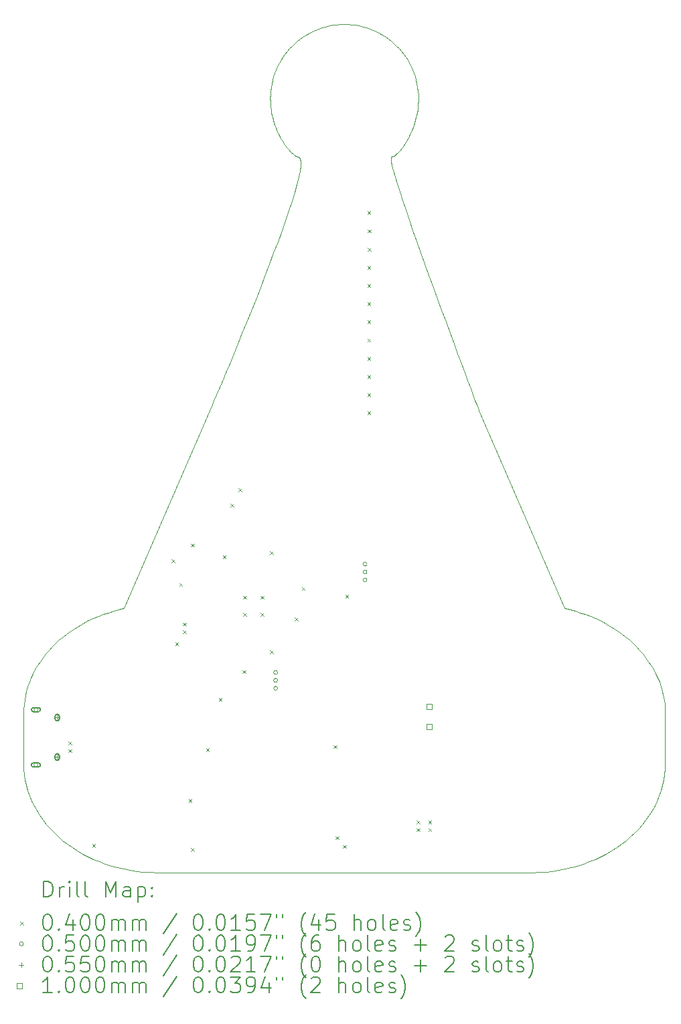
<source format=gbr>
%TF.GenerationSoftware,KiCad,Pcbnew,(6.0.8)*%
%TF.CreationDate,2022-12-11T00:01:39-05:00*%
%TF.ProjectId,Christmas Ornament 2022,43687269-7374-46d6-9173-204f726e616d,rev?*%
%TF.SameCoordinates,Original*%
%TF.FileFunction,Drillmap*%
%TF.FilePolarity,Positive*%
%FSLAX45Y45*%
G04 Gerber Fmt 4.5, Leading zero omitted, Abs format (unit mm)*
G04 Created by KiCad (PCBNEW (6.0.8)) date 2022-12-11 00:01:39*
%MOMM*%
%LPD*%
G01*
G04 APERTURE LIST*
%ADD10C,0.007000*%
%ADD11C,0.200000*%
%ADD12C,0.040000*%
%ADD13C,0.050000*%
%ADD14C,0.055000*%
%ADD15C,0.100000*%
G04 APERTURE END LIST*
D10*
X20424140Y-13186345D02*
X20422562Y-13126205D01*
X20417871Y-13066733D01*
X20410133Y-13007979D01*
X20399410Y-12949995D01*
X20385769Y-12892834D01*
X20369273Y-12836546D01*
X20349987Y-12781185D01*
X20327976Y-12726802D01*
X20303304Y-12673449D01*
X20276036Y-12621178D01*
X20246236Y-12570041D01*
X20213969Y-12520089D01*
X20179300Y-12471375D01*
X20142293Y-12423950D01*
X20103012Y-12377867D01*
X20061523Y-12333178D01*
X20017890Y-12289933D01*
X19972177Y-12248186D01*
X19924449Y-12207988D01*
X19874771Y-12169391D01*
X19823207Y-12132446D01*
X19769821Y-12097207D01*
X19714679Y-12063724D01*
X19657844Y-12032050D01*
X19599382Y-12002237D01*
X19539357Y-11974336D01*
X19477834Y-11948400D01*
X19414877Y-11924479D01*
X19350550Y-11902627D01*
X19284919Y-11882896D01*
X19218047Y-11865336D01*
X19150000Y-11850000D01*
X20424140Y-13806867D02*
X20424140Y-13186345D01*
X18734177Y-15187052D02*
X18821142Y-15185256D01*
X18906967Y-15179926D01*
X18991543Y-15171149D01*
X19074765Y-15159011D01*
X19156527Y-15143600D01*
X19236723Y-15125001D01*
X19315246Y-15103303D01*
X19391990Y-15078590D01*
X19466849Y-15050951D01*
X19539717Y-15020471D01*
X19610487Y-14987238D01*
X19679054Y-14951338D01*
X19745312Y-14912858D01*
X19809153Y-14871884D01*
X19870473Y-14828504D01*
X19929164Y-14782805D01*
X19985121Y-14734872D01*
X20038237Y-14684792D01*
X20088406Y-14632653D01*
X20135523Y-14578541D01*
X20179480Y-14522542D01*
X20220172Y-14464744D01*
X20257493Y-14405233D01*
X20291335Y-14344096D01*
X20321594Y-14281420D01*
X20348163Y-14217291D01*
X20370936Y-14151796D01*
X20389806Y-14085022D01*
X20404668Y-14017055D01*
X20415415Y-13947982D01*
X20421941Y-13877891D01*
X20424140Y-13806867D01*
X14000277Y-15187052D02*
X18734177Y-15187052D01*
X12310314Y-13806867D02*
X12312512Y-13877891D01*
X12319039Y-13947982D01*
X12329786Y-14017055D01*
X12344647Y-14085022D01*
X12363518Y-14151796D01*
X12386290Y-14217291D01*
X12412859Y-14281420D01*
X12443118Y-14344096D01*
X12476961Y-14405233D01*
X12514282Y-14464744D01*
X12554974Y-14522542D01*
X12598931Y-14578541D01*
X12646047Y-14632653D01*
X12696217Y-14684792D01*
X12749333Y-14734872D01*
X12805290Y-14782805D01*
X12863981Y-14828504D01*
X12925300Y-14871884D01*
X12989142Y-14912858D01*
X13055399Y-14951338D01*
X13123966Y-14987238D01*
X13194737Y-15020471D01*
X13267605Y-15050951D01*
X13342464Y-15078590D01*
X13419208Y-15103303D01*
X13497731Y-15125001D01*
X13577926Y-15143600D01*
X13659688Y-15159011D01*
X13742911Y-15171149D01*
X13827487Y-15179926D01*
X13913311Y-15185256D01*
X14000277Y-15187052D01*
X12310314Y-13186345D02*
X12310314Y-13806867D01*
X13584454Y-11850000D02*
X13516407Y-11865336D01*
X13449535Y-11882896D01*
X13383904Y-11902627D01*
X13319577Y-11924479D01*
X13256620Y-11948400D01*
X13195096Y-11974336D01*
X13135071Y-12002237D01*
X13076609Y-12032050D01*
X13019775Y-12063724D01*
X12964633Y-12097207D01*
X12911247Y-12132446D01*
X12859683Y-12169391D01*
X12810004Y-12207988D01*
X12762276Y-12248186D01*
X12716564Y-12289933D01*
X12672930Y-12333178D01*
X12631441Y-12377867D01*
X12592161Y-12423950D01*
X12555154Y-12471375D01*
X12520484Y-12520089D01*
X12488218Y-12570041D01*
X12458418Y-12621178D01*
X12431150Y-12673449D01*
X12406478Y-12726802D01*
X12384467Y-12781185D01*
X12365181Y-12836546D01*
X12348685Y-12892834D01*
X12335043Y-12949995D01*
X12324321Y-13007979D01*
X12316582Y-13066733D01*
X12311891Y-13126205D01*
X12310314Y-13186345D01*
X14662328Y-9352418D02*
X13584454Y-11850000D01*
X15797500Y-6145000D02*
X15811720Y-6164484D01*
X15817485Y-6200281D01*
X15815321Y-6251281D01*
X15805752Y-6316374D01*
X15789304Y-6394449D01*
X15766500Y-6484396D01*
X15737867Y-6585105D01*
X15703928Y-6695465D01*
X15665208Y-6814365D01*
X15622233Y-6940696D01*
X15575526Y-7073347D01*
X15525614Y-7211207D01*
X15473021Y-7353167D01*
X15418271Y-7498115D01*
X15361889Y-7644942D01*
X15304401Y-7792536D01*
X15246331Y-7939789D01*
X15188204Y-8085588D01*
X15130544Y-8228824D01*
X15073877Y-8368387D01*
X15018728Y-8503166D01*
X14965620Y-8632050D01*
X14915080Y-8753930D01*
X14867631Y-8867694D01*
X14823800Y-8972233D01*
X14784109Y-9066436D01*
X14749085Y-9149193D01*
X14719252Y-9219393D01*
X14695135Y-9275926D01*
X14677259Y-9317681D01*
X14666148Y-9343549D01*
X14662328Y-9352418D01*
X15430627Y-5402007D02*
X15431299Y-5437968D01*
X15433276Y-5473562D01*
X15436495Y-5508746D01*
X15440897Y-5543472D01*
X15446421Y-5577696D01*
X15453005Y-5611372D01*
X15460590Y-5644453D01*
X15469114Y-5676895D01*
X15478516Y-5708652D01*
X15488737Y-5739678D01*
X15499714Y-5769928D01*
X15511388Y-5799356D01*
X15523697Y-5827915D01*
X15536581Y-5855562D01*
X15549979Y-5882250D01*
X15563831Y-5907933D01*
X15578074Y-5932565D01*
X15592650Y-5956102D01*
X15607496Y-5978498D01*
X15622552Y-5999706D01*
X15637758Y-6019681D01*
X15653052Y-6038379D01*
X15668375Y-6055752D01*
X15683664Y-6071755D01*
X15698859Y-6086343D01*
X15713901Y-6099471D01*
X15728726Y-6111091D01*
X15743276Y-6121160D01*
X15757489Y-6129631D01*
X15771305Y-6136458D01*
X15784662Y-6141596D01*
X15797500Y-6145000D01*
X16367227Y-4465407D02*
X16319029Y-4466626D01*
X16271465Y-4470243D01*
X16224591Y-4476199D01*
X16178469Y-4484436D01*
X16133155Y-4494894D01*
X16088710Y-4507515D01*
X16045192Y-4522240D01*
X16002659Y-4539010D01*
X15961171Y-4557766D01*
X15920787Y-4578450D01*
X15881565Y-4601002D01*
X15843564Y-4625363D01*
X15806844Y-4651476D01*
X15771462Y-4679281D01*
X15737478Y-4708718D01*
X15704950Y-4739730D01*
X15673938Y-4772258D01*
X15644500Y-4806242D01*
X15616696Y-4841624D01*
X15590583Y-4878345D01*
X15566221Y-4916345D01*
X15543669Y-4955567D01*
X15522986Y-4995952D01*
X15504230Y-5037440D01*
X15487460Y-5079972D01*
X15472735Y-5123490D01*
X15460114Y-5167936D01*
X15449655Y-5213249D01*
X15441419Y-5259372D01*
X15435463Y-5306245D01*
X15431846Y-5353809D01*
X15430627Y-5402007D01*
X17303827Y-5402007D02*
X17302608Y-5353809D01*
X17298991Y-5306245D01*
X17293035Y-5259372D01*
X17284798Y-5213249D01*
X17274340Y-5167936D01*
X17261719Y-5123490D01*
X17246994Y-5079972D01*
X17230224Y-5037439D01*
X17211468Y-4995952D01*
X17190784Y-4955567D01*
X17168232Y-4916345D01*
X17143870Y-4878345D01*
X17117758Y-4841624D01*
X17089953Y-4806242D01*
X17060515Y-4772258D01*
X17029503Y-4739730D01*
X16996976Y-4708718D01*
X16962992Y-4679281D01*
X16927610Y-4651476D01*
X16890889Y-4625363D01*
X16852888Y-4601002D01*
X16813667Y-4578450D01*
X16773282Y-4557766D01*
X16731794Y-4539010D01*
X16689262Y-4522240D01*
X16645743Y-4507515D01*
X16601298Y-4494894D01*
X16555985Y-4484436D01*
X16509862Y-4476199D01*
X16462989Y-4470243D01*
X16415424Y-4466626D01*
X16367227Y-4465407D01*
X16960000Y-6142500D02*
X16970744Y-6139326D01*
X16982138Y-6134403D01*
X16994118Y-6127776D01*
X17006617Y-6119493D01*
X17019571Y-6109600D01*
X17032915Y-6098141D01*
X17046583Y-6085164D01*
X17060512Y-6070715D01*
X17074636Y-6054839D01*
X17088890Y-6037582D01*
X17103209Y-6018992D01*
X17117528Y-5999113D01*
X17131782Y-5977993D01*
X17145906Y-5955676D01*
X17159835Y-5932209D01*
X17173504Y-5907639D01*
X17186848Y-5882011D01*
X17199802Y-5855371D01*
X17212302Y-5827766D01*
X17224281Y-5799242D01*
X17235676Y-5769844D01*
X17246420Y-5739618D01*
X17256450Y-5708612D01*
X17265700Y-5676871D01*
X17274105Y-5644440D01*
X17281601Y-5611367D01*
X17288121Y-5577697D01*
X17293602Y-5543476D01*
X17297978Y-5508750D01*
X17301184Y-5473566D01*
X17303155Y-5437970D01*
X17303827Y-5402007D01*
X18072126Y-9352418D02*
X18068737Y-9343529D01*
X18058867Y-9317605D01*
X18042962Y-9275759D01*
X18021468Y-9219106D01*
X17994830Y-9148759D01*
X17963494Y-9065831D01*
X17927906Y-8971436D01*
X17888512Y-8866689D01*
X17845757Y-8752702D01*
X17800087Y-8630589D01*
X17751948Y-8501465D01*
X17701785Y-8366443D01*
X17650044Y-8226636D01*
X17597172Y-8083159D01*
X17543613Y-7937124D01*
X17489813Y-7789646D01*
X17436218Y-7641839D01*
X17383274Y-7494816D01*
X17331427Y-7349690D01*
X17281122Y-7207576D01*
X17232805Y-7069588D01*
X17186921Y-6936838D01*
X17143917Y-6810441D01*
X17104238Y-6691511D01*
X17068330Y-6581160D01*
X17036639Y-6480503D01*
X17009610Y-6390654D01*
X16987689Y-6312726D01*
X16971322Y-6247833D01*
X16960954Y-6197088D01*
X16957032Y-6161606D01*
X16960000Y-6142500D01*
X19150000Y-11850000D02*
X18072126Y-9352418D01*
D11*
D12*
X12880000Y-13530000D02*
X12920000Y-13570000D01*
X12920000Y-13530000D02*
X12880000Y-13570000D01*
X12880000Y-13630000D02*
X12920000Y-13670000D01*
X12920000Y-13630000D02*
X12880000Y-13670000D01*
X13180000Y-14830000D02*
X13220000Y-14870000D01*
X13220000Y-14830000D02*
X13180000Y-14870000D01*
X14180000Y-11230000D02*
X14220000Y-11270000D01*
X14220000Y-11230000D02*
X14180000Y-11270000D01*
X14230000Y-12280000D02*
X14270000Y-12320000D01*
X14270000Y-12280000D02*
X14230000Y-12320000D01*
X14280000Y-11530000D02*
X14320000Y-11570000D01*
X14320000Y-11530000D02*
X14280000Y-11570000D01*
X14330000Y-12030000D02*
X14370000Y-12070000D01*
X14370000Y-12030000D02*
X14330000Y-12070000D01*
X14330000Y-12130000D02*
X14370000Y-12170000D01*
X14370000Y-12130000D02*
X14330000Y-12170000D01*
X14400000Y-14260000D02*
X14440000Y-14300000D01*
X14440000Y-14260000D02*
X14400000Y-14300000D01*
X14430000Y-11030000D02*
X14470000Y-11070000D01*
X14470000Y-11030000D02*
X14430000Y-11070000D01*
X14430000Y-14880000D02*
X14470000Y-14920000D01*
X14470000Y-14880000D02*
X14430000Y-14920000D01*
X14620000Y-13620000D02*
X14660000Y-13660000D01*
X14660000Y-13620000D02*
X14620000Y-13660000D01*
X14780000Y-12980000D02*
X14820000Y-13020000D01*
X14820000Y-12980000D02*
X14780000Y-13020000D01*
X14830000Y-11180000D02*
X14870000Y-11220000D01*
X14870000Y-11180000D02*
X14830000Y-11220000D01*
X14930000Y-10530000D02*
X14970000Y-10570000D01*
X14970000Y-10530000D02*
X14930000Y-10570000D01*
X15030000Y-10330000D02*
X15070000Y-10370000D01*
X15070000Y-10330000D02*
X15030000Y-10370000D01*
X15080000Y-12630000D02*
X15120000Y-12670000D01*
X15120000Y-12630000D02*
X15080000Y-12670000D01*
X15090000Y-11690000D02*
X15130000Y-11730000D01*
X15130000Y-11690000D02*
X15090000Y-11730000D01*
X15090000Y-11910000D02*
X15130000Y-11950000D01*
X15130000Y-11910000D02*
X15090000Y-11950000D01*
X15310000Y-11690000D02*
X15350000Y-11730000D01*
X15350000Y-11690000D02*
X15310000Y-11730000D01*
X15310000Y-11910000D02*
X15350000Y-11950000D01*
X15350000Y-11910000D02*
X15310000Y-11950000D01*
X15430000Y-11130000D02*
X15470000Y-11170000D01*
X15470000Y-11130000D02*
X15430000Y-11170000D01*
X15430000Y-12380000D02*
X15470000Y-12420000D01*
X15470000Y-12380000D02*
X15430000Y-12420000D01*
X15740675Y-11969325D02*
X15780675Y-12009325D01*
X15780675Y-11969325D02*
X15740675Y-12009325D01*
X15830000Y-11580000D02*
X15870000Y-11620000D01*
X15870000Y-11580000D02*
X15830000Y-11620000D01*
X16230000Y-13580000D02*
X16270000Y-13620000D01*
X16270000Y-13580000D02*
X16230000Y-13620000D01*
X16260000Y-14730000D02*
X16300000Y-14770000D01*
X16300000Y-14730000D02*
X16260000Y-14770000D01*
X16350000Y-14840000D02*
X16390000Y-14880000D01*
X16390000Y-14840000D02*
X16350000Y-14880000D01*
X16380000Y-11680000D02*
X16420000Y-11720000D01*
X16420000Y-11680000D02*
X16380000Y-11720000D01*
X16660000Y-6830000D02*
X16700000Y-6870000D01*
X16700000Y-6830000D02*
X16660000Y-6870000D01*
X16660000Y-7520000D02*
X16700000Y-7560000D01*
X16700000Y-7520000D02*
X16660000Y-7560000D01*
X16660000Y-7750000D02*
X16700000Y-7790000D01*
X16700000Y-7750000D02*
X16660000Y-7790000D01*
X16660000Y-7980000D02*
X16700000Y-8020000D01*
X16700000Y-7980000D02*
X16660000Y-8020000D01*
X16660000Y-8210000D02*
X16700000Y-8250000D01*
X16700000Y-8210000D02*
X16660000Y-8250000D01*
X16660000Y-8440000D02*
X16700000Y-8480000D01*
X16700000Y-8440000D02*
X16660000Y-8480000D01*
X16660000Y-8670000D02*
X16700000Y-8710000D01*
X16700000Y-8670000D02*
X16660000Y-8710000D01*
X16660000Y-8900000D02*
X16700000Y-8940000D01*
X16700000Y-8900000D02*
X16660000Y-8940000D01*
X16660000Y-9130000D02*
X16700000Y-9170000D01*
X16700000Y-9130000D02*
X16660000Y-9170000D01*
X16660000Y-9360000D02*
X16700000Y-9400000D01*
X16700000Y-9360000D02*
X16660000Y-9400000D01*
X16661250Y-7060000D02*
X16701250Y-7100000D01*
X16701250Y-7060000D02*
X16661250Y-7100000D01*
X16661250Y-7290000D02*
X16701250Y-7330000D01*
X16701250Y-7290000D02*
X16661250Y-7330000D01*
X17280000Y-14530000D02*
X17320000Y-14570000D01*
X17320000Y-14530000D02*
X17280000Y-14570000D01*
X17280000Y-14630000D02*
X17320000Y-14670000D01*
X17320000Y-14630000D02*
X17280000Y-14670000D01*
X17430000Y-14530000D02*
X17470000Y-14570000D01*
X17470000Y-14530000D02*
X17430000Y-14570000D01*
X17430000Y-14630000D02*
X17470000Y-14670000D01*
X17470000Y-14630000D02*
X17430000Y-14670000D01*
D13*
X12493500Y-13130000D02*
G75*
G03*
X12493500Y-13130000I-25000J0D01*
G01*
D11*
X12501000Y-13105000D02*
X12436000Y-13105000D01*
X12501000Y-13155000D02*
X12436000Y-13155000D01*
X12436000Y-13105000D02*
G75*
G03*
X12436000Y-13155000I0J-25000D01*
G01*
X12501000Y-13155000D02*
G75*
G03*
X12501000Y-13105000I0J25000D01*
G01*
D13*
X12493500Y-13830000D02*
G75*
G03*
X12493500Y-13830000I-25000J0D01*
G01*
D11*
X12501000Y-13805000D02*
X12436000Y-13805000D01*
X12501000Y-13855000D02*
X12436000Y-13855000D01*
X12436000Y-13805000D02*
G75*
G03*
X12436000Y-13855000I0J-25000D01*
G01*
X12501000Y-13855000D02*
G75*
G03*
X12501000Y-13805000I0J25000D01*
G01*
D13*
X15525000Y-12660000D02*
G75*
G03*
X15525000Y-12660000I-25000J0D01*
G01*
X15525000Y-12760000D02*
G75*
G03*
X15525000Y-12760000I-25000J0D01*
G01*
X15525000Y-12860000D02*
G75*
G03*
X15525000Y-12860000I-25000J0D01*
G01*
X16655000Y-11290000D02*
G75*
G03*
X16655000Y-11290000I-25000J0D01*
G01*
X16655000Y-11390000D02*
G75*
G03*
X16655000Y-11390000I-25000J0D01*
G01*
X16655000Y-11490000D02*
G75*
G03*
X16655000Y-11490000I-25000J0D01*
G01*
D14*
X12738500Y-13202500D02*
X12738500Y-13257500D01*
X12711000Y-13230000D02*
X12766000Y-13230000D01*
D11*
X12711000Y-13215000D02*
X12711000Y-13245000D01*
X12766000Y-13215000D02*
X12766000Y-13245000D01*
X12711000Y-13245000D02*
G75*
G03*
X12766000Y-13245000I27500J0D01*
G01*
X12766000Y-13215000D02*
G75*
G03*
X12711000Y-13215000I-27500J0D01*
G01*
D14*
X12738500Y-13702500D02*
X12738500Y-13757500D01*
X12711000Y-13730000D02*
X12766000Y-13730000D01*
D11*
X12711000Y-13715000D02*
X12711000Y-13745000D01*
X12766000Y-13715000D02*
X12766000Y-13745000D01*
X12711000Y-13745000D02*
G75*
G03*
X12766000Y-13745000I27500J0D01*
G01*
X12766000Y-13715000D02*
G75*
G03*
X12711000Y-13715000I-27500J0D01*
G01*
D15*
X17475356Y-13128856D02*
X17475356Y-13058144D01*
X17404644Y-13058144D01*
X17404644Y-13128856D01*
X17475356Y-13128856D01*
X17475356Y-13382856D02*
X17475356Y-13312144D01*
X17404644Y-13312144D01*
X17404644Y-13382856D01*
X17475356Y-13382856D01*
D11*
X12567583Y-15497878D02*
X12567583Y-15297878D01*
X12615202Y-15297878D01*
X12643773Y-15307402D01*
X12662821Y-15326450D01*
X12672344Y-15345497D01*
X12681868Y-15383592D01*
X12681868Y-15412164D01*
X12672344Y-15450259D01*
X12662821Y-15469307D01*
X12643773Y-15488354D01*
X12615202Y-15497878D01*
X12567583Y-15497878D01*
X12767583Y-15497878D02*
X12767583Y-15364545D01*
X12767583Y-15402640D02*
X12777106Y-15383592D01*
X12786630Y-15374069D01*
X12805678Y-15364545D01*
X12824725Y-15364545D01*
X12891392Y-15497878D02*
X12891392Y-15364545D01*
X12891392Y-15297878D02*
X12881868Y-15307402D01*
X12891392Y-15316926D01*
X12900916Y-15307402D01*
X12891392Y-15297878D01*
X12891392Y-15316926D01*
X13015202Y-15497878D02*
X12996154Y-15488354D01*
X12986630Y-15469307D01*
X12986630Y-15297878D01*
X13119964Y-15497878D02*
X13100916Y-15488354D01*
X13091392Y-15469307D01*
X13091392Y-15297878D01*
X13348535Y-15497878D02*
X13348535Y-15297878D01*
X13415202Y-15440735D01*
X13481868Y-15297878D01*
X13481868Y-15497878D01*
X13662821Y-15497878D02*
X13662821Y-15393116D01*
X13653297Y-15374069D01*
X13634249Y-15364545D01*
X13596154Y-15364545D01*
X13577106Y-15374069D01*
X13662821Y-15488354D02*
X13643773Y-15497878D01*
X13596154Y-15497878D01*
X13577106Y-15488354D01*
X13567583Y-15469307D01*
X13567583Y-15450259D01*
X13577106Y-15431212D01*
X13596154Y-15421688D01*
X13643773Y-15421688D01*
X13662821Y-15412164D01*
X13758059Y-15364545D02*
X13758059Y-15564545D01*
X13758059Y-15374069D02*
X13777106Y-15364545D01*
X13815202Y-15364545D01*
X13834249Y-15374069D01*
X13843773Y-15383592D01*
X13853297Y-15402640D01*
X13853297Y-15459783D01*
X13843773Y-15478831D01*
X13834249Y-15488354D01*
X13815202Y-15497878D01*
X13777106Y-15497878D01*
X13758059Y-15488354D01*
X13939011Y-15478831D02*
X13948535Y-15488354D01*
X13939011Y-15497878D01*
X13929487Y-15488354D01*
X13939011Y-15478831D01*
X13939011Y-15497878D01*
X13939011Y-15374069D02*
X13948535Y-15383592D01*
X13939011Y-15393116D01*
X13929487Y-15383592D01*
X13939011Y-15374069D01*
X13939011Y-15393116D01*
D12*
X12269964Y-15807402D02*
X12309964Y-15847402D01*
X12309964Y-15807402D02*
X12269964Y-15847402D01*
D11*
X12605678Y-15717878D02*
X12624725Y-15717878D01*
X12643773Y-15727402D01*
X12653297Y-15736926D01*
X12662821Y-15755973D01*
X12672344Y-15794069D01*
X12672344Y-15841688D01*
X12662821Y-15879783D01*
X12653297Y-15898831D01*
X12643773Y-15908354D01*
X12624725Y-15917878D01*
X12605678Y-15917878D01*
X12586630Y-15908354D01*
X12577106Y-15898831D01*
X12567583Y-15879783D01*
X12558059Y-15841688D01*
X12558059Y-15794069D01*
X12567583Y-15755973D01*
X12577106Y-15736926D01*
X12586630Y-15727402D01*
X12605678Y-15717878D01*
X12758059Y-15898831D02*
X12767583Y-15908354D01*
X12758059Y-15917878D01*
X12748535Y-15908354D01*
X12758059Y-15898831D01*
X12758059Y-15917878D01*
X12939011Y-15784545D02*
X12939011Y-15917878D01*
X12891392Y-15708354D02*
X12843773Y-15851212D01*
X12967583Y-15851212D01*
X13081868Y-15717878D02*
X13100916Y-15717878D01*
X13119964Y-15727402D01*
X13129487Y-15736926D01*
X13139011Y-15755973D01*
X13148535Y-15794069D01*
X13148535Y-15841688D01*
X13139011Y-15879783D01*
X13129487Y-15898831D01*
X13119964Y-15908354D01*
X13100916Y-15917878D01*
X13081868Y-15917878D01*
X13062821Y-15908354D01*
X13053297Y-15898831D01*
X13043773Y-15879783D01*
X13034249Y-15841688D01*
X13034249Y-15794069D01*
X13043773Y-15755973D01*
X13053297Y-15736926D01*
X13062821Y-15727402D01*
X13081868Y-15717878D01*
X13272344Y-15717878D02*
X13291392Y-15717878D01*
X13310440Y-15727402D01*
X13319964Y-15736926D01*
X13329487Y-15755973D01*
X13339011Y-15794069D01*
X13339011Y-15841688D01*
X13329487Y-15879783D01*
X13319964Y-15898831D01*
X13310440Y-15908354D01*
X13291392Y-15917878D01*
X13272344Y-15917878D01*
X13253297Y-15908354D01*
X13243773Y-15898831D01*
X13234249Y-15879783D01*
X13224725Y-15841688D01*
X13224725Y-15794069D01*
X13234249Y-15755973D01*
X13243773Y-15736926D01*
X13253297Y-15727402D01*
X13272344Y-15717878D01*
X13424725Y-15917878D02*
X13424725Y-15784545D01*
X13424725Y-15803592D02*
X13434249Y-15794069D01*
X13453297Y-15784545D01*
X13481868Y-15784545D01*
X13500916Y-15794069D01*
X13510440Y-15813116D01*
X13510440Y-15917878D01*
X13510440Y-15813116D02*
X13519964Y-15794069D01*
X13539011Y-15784545D01*
X13567583Y-15784545D01*
X13586630Y-15794069D01*
X13596154Y-15813116D01*
X13596154Y-15917878D01*
X13691392Y-15917878D02*
X13691392Y-15784545D01*
X13691392Y-15803592D02*
X13700916Y-15794069D01*
X13719964Y-15784545D01*
X13748535Y-15784545D01*
X13767583Y-15794069D01*
X13777106Y-15813116D01*
X13777106Y-15917878D01*
X13777106Y-15813116D02*
X13786630Y-15794069D01*
X13805678Y-15784545D01*
X13834249Y-15784545D01*
X13853297Y-15794069D01*
X13862821Y-15813116D01*
X13862821Y-15917878D01*
X14253297Y-15708354D02*
X14081868Y-15965497D01*
X14510440Y-15717878D02*
X14529487Y-15717878D01*
X14548535Y-15727402D01*
X14558059Y-15736926D01*
X14567583Y-15755973D01*
X14577106Y-15794069D01*
X14577106Y-15841688D01*
X14567583Y-15879783D01*
X14558059Y-15898831D01*
X14548535Y-15908354D01*
X14529487Y-15917878D01*
X14510440Y-15917878D01*
X14491392Y-15908354D01*
X14481868Y-15898831D01*
X14472344Y-15879783D01*
X14462821Y-15841688D01*
X14462821Y-15794069D01*
X14472344Y-15755973D01*
X14481868Y-15736926D01*
X14491392Y-15727402D01*
X14510440Y-15717878D01*
X14662821Y-15898831D02*
X14672344Y-15908354D01*
X14662821Y-15917878D01*
X14653297Y-15908354D01*
X14662821Y-15898831D01*
X14662821Y-15917878D01*
X14796154Y-15717878D02*
X14815202Y-15717878D01*
X14834249Y-15727402D01*
X14843773Y-15736926D01*
X14853297Y-15755973D01*
X14862821Y-15794069D01*
X14862821Y-15841688D01*
X14853297Y-15879783D01*
X14843773Y-15898831D01*
X14834249Y-15908354D01*
X14815202Y-15917878D01*
X14796154Y-15917878D01*
X14777106Y-15908354D01*
X14767583Y-15898831D01*
X14758059Y-15879783D01*
X14748535Y-15841688D01*
X14748535Y-15794069D01*
X14758059Y-15755973D01*
X14767583Y-15736926D01*
X14777106Y-15727402D01*
X14796154Y-15717878D01*
X15053297Y-15917878D02*
X14939011Y-15917878D01*
X14996154Y-15917878D02*
X14996154Y-15717878D01*
X14977106Y-15746450D01*
X14958059Y-15765497D01*
X14939011Y-15775021D01*
X15234249Y-15717878D02*
X15139011Y-15717878D01*
X15129487Y-15813116D01*
X15139011Y-15803592D01*
X15158059Y-15794069D01*
X15205678Y-15794069D01*
X15224725Y-15803592D01*
X15234249Y-15813116D01*
X15243773Y-15832164D01*
X15243773Y-15879783D01*
X15234249Y-15898831D01*
X15224725Y-15908354D01*
X15205678Y-15917878D01*
X15158059Y-15917878D01*
X15139011Y-15908354D01*
X15129487Y-15898831D01*
X15310440Y-15717878D02*
X15443773Y-15717878D01*
X15358059Y-15917878D01*
X15510440Y-15717878D02*
X15510440Y-15755973D01*
X15586630Y-15717878D02*
X15586630Y-15755973D01*
X15881868Y-15994069D02*
X15872344Y-15984545D01*
X15853297Y-15955973D01*
X15843773Y-15936926D01*
X15834249Y-15908354D01*
X15824725Y-15860735D01*
X15824725Y-15822640D01*
X15834249Y-15775021D01*
X15843773Y-15746450D01*
X15853297Y-15727402D01*
X15872344Y-15698831D01*
X15881868Y-15689307D01*
X16043773Y-15784545D02*
X16043773Y-15917878D01*
X15996154Y-15708354D02*
X15948535Y-15851212D01*
X16072344Y-15851212D01*
X16243773Y-15717878D02*
X16148535Y-15717878D01*
X16139011Y-15813116D01*
X16148535Y-15803592D01*
X16167583Y-15794069D01*
X16215202Y-15794069D01*
X16234249Y-15803592D01*
X16243773Y-15813116D01*
X16253297Y-15832164D01*
X16253297Y-15879783D01*
X16243773Y-15898831D01*
X16234249Y-15908354D01*
X16215202Y-15917878D01*
X16167583Y-15917878D01*
X16148535Y-15908354D01*
X16139011Y-15898831D01*
X16491392Y-15917878D02*
X16491392Y-15717878D01*
X16577106Y-15917878D02*
X16577106Y-15813116D01*
X16567583Y-15794069D01*
X16548535Y-15784545D01*
X16519963Y-15784545D01*
X16500916Y-15794069D01*
X16491392Y-15803592D01*
X16700916Y-15917878D02*
X16681868Y-15908354D01*
X16672344Y-15898831D01*
X16662821Y-15879783D01*
X16662821Y-15822640D01*
X16672344Y-15803592D01*
X16681868Y-15794069D01*
X16700916Y-15784545D01*
X16729487Y-15784545D01*
X16748535Y-15794069D01*
X16758059Y-15803592D01*
X16767583Y-15822640D01*
X16767583Y-15879783D01*
X16758059Y-15898831D01*
X16748535Y-15908354D01*
X16729487Y-15917878D01*
X16700916Y-15917878D01*
X16881868Y-15917878D02*
X16862821Y-15908354D01*
X16853297Y-15889307D01*
X16853297Y-15717878D01*
X17034249Y-15908354D02*
X17015202Y-15917878D01*
X16977106Y-15917878D01*
X16958059Y-15908354D01*
X16948535Y-15889307D01*
X16948535Y-15813116D01*
X16958059Y-15794069D01*
X16977106Y-15784545D01*
X17015202Y-15784545D01*
X17034249Y-15794069D01*
X17043773Y-15813116D01*
X17043773Y-15832164D01*
X16948535Y-15851212D01*
X17119964Y-15908354D02*
X17139011Y-15917878D01*
X17177106Y-15917878D01*
X17196154Y-15908354D01*
X17205678Y-15889307D01*
X17205678Y-15879783D01*
X17196154Y-15860735D01*
X17177106Y-15851212D01*
X17148535Y-15851212D01*
X17129487Y-15841688D01*
X17119964Y-15822640D01*
X17119964Y-15813116D01*
X17129487Y-15794069D01*
X17148535Y-15784545D01*
X17177106Y-15784545D01*
X17196154Y-15794069D01*
X17272345Y-15994069D02*
X17281868Y-15984545D01*
X17300916Y-15955973D01*
X17310440Y-15936926D01*
X17319964Y-15908354D01*
X17329487Y-15860735D01*
X17329487Y-15822640D01*
X17319964Y-15775021D01*
X17310440Y-15746450D01*
X17300916Y-15727402D01*
X17281868Y-15698831D01*
X17272345Y-15689307D01*
D13*
X12309964Y-16091402D02*
G75*
G03*
X12309964Y-16091402I-25000J0D01*
G01*
D11*
X12605678Y-15981878D02*
X12624725Y-15981878D01*
X12643773Y-15991402D01*
X12653297Y-16000926D01*
X12662821Y-16019973D01*
X12672344Y-16058069D01*
X12672344Y-16105688D01*
X12662821Y-16143783D01*
X12653297Y-16162831D01*
X12643773Y-16172354D01*
X12624725Y-16181878D01*
X12605678Y-16181878D01*
X12586630Y-16172354D01*
X12577106Y-16162831D01*
X12567583Y-16143783D01*
X12558059Y-16105688D01*
X12558059Y-16058069D01*
X12567583Y-16019973D01*
X12577106Y-16000926D01*
X12586630Y-15991402D01*
X12605678Y-15981878D01*
X12758059Y-16162831D02*
X12767583Y-16172354D01*
X12758059Y-16181878D01*
X12748535Y-16172354D01*
X12758059Y-16162831D01*
X12758059Y-16181878D01*
X12948535Y-15981878D02*
X12853297Y-15981878D01*
X12843773Y-16077116D01*
X12853297Y-16067592D01*
X12872344Y-16058069D01*
X12919964Y-16058069D01*
X12939011Y-16067592D01*
X12948535Y-16077116D01*
X12958059Y-16096164D01*
X12958059Y-16143783D01*
X12948535Y-16162831D01*
X12939011Y-16172354D01*
X12919964Y-16181878D01*
X12872344Y-16181878D01*
X12853297Y-16172354D01*
X12843773Y-16162831D01*
X13081868Y-15981878D02*
X13100916Y-15981878D01*
X13119964Y-15991402D01*
X13129487Y-16000926D01*
X13139011Y-16019973D01*
X13148535Y-16058069D01*
X13148535Y-16105688D01*
X13139011Y-16143783D01*
X13129487Y-16162831D01*
X13119964Y-16172354D01*
X13100916Y-16181878D01*
X13081868Y-16181878D01*
X13062821Y-16172354D01*
X13053297Y-16162831D01*
X13043773Y-16143783D01*
X13034249Y-16105688D01*
X13034249Y-16058069D01*
X13043773Y-16019973D01*
X13053297Y-16000926D01*
X13062821Y-15991402D01*
X13081868Y-15981878D01*
X13272344Y-15981878D02*
X13291392Y-15981878D01*
X13310440Y-15991402D01*
X13319964Y-16000926D01*
X13329487Y-16019973D01*
X13339011Y-16058069D01*
X13339011Y-16105688D01*
X13329487Y-16143783D01*
X13319964Y-16162831D01*
X13310440Y-16172354D01*
X13291392Y-16181878D01*
X13272344Y-16181878D01*
X13253297Y-16172354D01*
X13243773Y-16162831D01*
X13234249Y-16143783D01*
X13224725Y-16105688D01*
X13224725Y-16058069D01*
X13234249Y-16019973D01*
X13243773Y-16000926D01*
X13253297Y-15991402D01*
X13272344Y-15981878D01*
X13424725Y-16181878D02*
X13424725Y-16048545D01*
X13424725Y-16067592D02*
X13434249Y-16058069D01*
X13453297Y-16048545D01*
X13481868Y-16048545D01*
X13500916Y-16058069D01*
X13510440Y-16077116D01*
X13510440Y-16181878D01*
X13510440Y-16077116D02*
X13519964Y-16058069D01*
X13539011Y-16048545D01*
X13567583Y-16048545D01*
X13586630Y-16058069D01*
X13596154Y-16077116D01*
X13596154Y-16181878D01*
X13691392Y-16181878D02*
X13691392Y-16048545D01*
X13691392Y-16067592D02*
X13700916Y-16058069D01*
X13719964Y-16048545D01*
X13748535Y-16048545D01*
X13767583Y-16058069D01*
X13777106Y-16077116D01*
X13777106Y-16181878D01*
X13777106Y-16077116D02*
X13786630Y-16058069D01*
X13805678Y-16048545D01*
X13834249Y-16048545D01*
X13853297Y-16058069D01*
X13862821Y-16077116D01*
X13862821Y-16181878D01*
X14253297Y-15972354D02*
X14081868Y-16229497D01*
X14510440Y-15981878D02*
X14529487Y-15981878D01*
X14548535Y-15991402D01*
X14558059Y-16000926D01*
X14567583Y-16019973D01*
X14577106Y-16058069D01*
X14577106Y-16105688D01*
X14567583Y-16143783D01*
X14558059Y-16162831D01*
X14548535Y-16172354D01*
X14529487Y-16181878D01*
X14510440Y-16181878D01*
X14491392Y-16172354D01*
X14481868Y-16162831D01*
X14472344Y-16143783D01*
X14462821Y-16105688D01*
X14462821Y-16058069D01*
X14472344Y-16019973D01*
X14481868Y-16000926D01*
X14491392Y-15991402D01*
X14510440Y-15981878D01*
X14662821Y-16162831D02*
X14672344Y-16172354D01*
X14662821Y-16181878D01*
X14653297Y-16172354D01*
X14662821Y-16162831D01*
X14662821Y-16181878D01*
X14796154Y-15981878D02*
X14815202Y-15981878D01*
X14834249Y-15991402D01*
X14843773Y-16000926D01*
X14853297Y-16019973D01*
X14862821Y-16058069D01*
X14862821Y-16105688D01*
X14853297Y-16143783D01*
X14843773Y-16162831D01*
X14834249Y-16172354D01*
X14815202Y-16181878D01*
X14796154Y-16181878D01*
X14777106Y-16172354D01*
X14767583Y-16162831D01*
X14758059Y-16143783D01*
X14748535Y-16105688D01*
X14748535Y-16058069D01*
X14758059Y-16019973D01*
X14767583Y-16000926D01*
X14777106Y-15991402D01*
X14796154Y-15981878D01*
X15053297Y-16181878D02*
X14939011Y-16181878D01*
X14996154Y-16181878D02*
X14996154Y-15981878D01*
X14977106Y-16010450D01*
X14958059Y-16029497D01*
X14939011Y-16039021D01*
X15148535Y-16181878D02*
X15186630Y-16181878D01*
X15205678Y-16172354D01*
X15215202Y-16162831D01*
X15234249Y-16134259D01*
X15243773Y-16096164D01*
X15243773Y-16019973D01*
X15234249Y-16000926D01*
X15224725Y-15991402D01*
X15205678Y-15981878D01*
X15167583Y-15981878D01*
X15148535Y-15991402D01*
X15139011Y-16000926D01*
X15129487Y-16019973D01*
X15129487Y-16067592D01*
X15139011Y-16086640D01*
X15148535Y-16096164D01*
X15167583Y-16105688D01*
X15205678Y-16105688D01*
X15224725Y-16096164D01*
X15234249Y-16086640D01*
X15243773Y-16067592D01*
X15310440Y-15981878D02*
X15443773Y-15981878D01*
X15358059Y-16181878D01*
X15510440Y-15981878D02*
X15510440Y-16019973D01*
X15586630Y-15981878D02*
X15586630Y-16019973D01*
X15881868Y-16258069D02*
X15872344Y-16248545D01*
X15853297Y-16219973D01*
X15843773Y-16200926D01*
X15834249Y-16172354D01*
X15824725Y-16124735D01*
X15824725Y-16086640D01*
X15834249Y-16039021D01*
X15843773Y-16010450D01*
X15853297Y-15991402D01*
X15872344Y-15962831D01*
X15881868Y-15953307D01*
X16043773Y-15981878D02*
X16005678Y-15981878D01*
X15986630Y-15991402D01*
X15977106Y-16000926D01*
X15958059Y-16029497D01*
X15948535Y-16067592D01*
X15948535Y-16143783D01*
X15958059Y-16162831D01*
X15967583Y-16172354D01*
X15986630Y-16181878D01*
X16024725Y-16181878D01*
X16043773Y-16172354D01*
X16053297Y-16162831D01*
X16062821Y-16143783D01*
X16062821Y-16096164D01*
X16053297Y-16077116D01*
X16043773Y-16067592D01*
X16024725Y-16058069D01*
X15986630Y-16058069D01*
X15967583Y-16067592D01*
X15958059Y-16077116D01*
X15948535Y-16096164D01*
X16300916Y-16181878D02*
X16300916Y-15981878D01*
X16386630Y-16181878D02*
X16386630Y-16077116D01*
X16377106Y-16058069D01*
X16358059Y-16048545D01*
X16329487Y-16048545D01*
X16310440Y-16058069D01*
X16300916Y-16067592D01*
X16510440Y-16181878D02*
X16491392Y-16172354D01*
X16481868Y-16162831D01*
X16472344Y-16143783D01*
X16472344Y-16086640D01*
X16481868Y-16067592D01*
X16491392Y-16058069D01*
X16510440Y-16048545D01*
X16539011Y-16048545D01*
X16558059Y-16058069D01*
X16567583Y-16067592D01*
X16577106Y-16086640D01*
X16577106Y-16143783D01*
X16567583Y-16162831D01*
X16558059Y-16172354D01*
X16539011Y-16181878D01*
X16510440Y-16181878D01*
X16691392Y-16181878D02*
X16672344Y-16172354D01*
X16662821Y-16153307D01*
X16662821Y-15981878D01*
X16843773Y-16172354D02*
X16824726Y-16181878D01*
X16786630Y-16181878D01*
X16767583Y-16172354D01*
X16758059Y-16153307D01*
X16758059Y-16077116D01*
X16767583Y-16058069D01*
X16786630Y-16048545D01*
X16824726Y-16048545D01*
X16843773Y-16058069D01*
X16853297Y-16077116D01*
X16853297Y-16096164D01*
X16758059Y-16115212D01*
X16929487Y-16172354D02*
X16948535Y-16181878D01*
X16986630Y-16181878D01*
X17005678Y-16172354D01*
X17015202Y-16153307D01*
X17015202Y-16143783D01*
X17005678Y-16124735D01*
X16986630Y-16115212D01*
X16958059Y-16115212D01*
X16939011Y-16105688D01*
X16929487Y-16086640D01*
X16929487Y-16077116D01*
X16939011Y-16058069D01*
X16958059Y-16048545D01*
X16986630Y-16048545D01*
X17005678Y-16058069D01*
X17253297Y-16105688D02*
X17405678Y-16105688D01*
X17329487Y-16181878D02*
X17329487Y-16029497D01*
X17643773Y-16000926D02*
X17653297Y-15991402D01*
X17672345Y-15981878D01*
X17719964Y-15981878D01*
X17739011Y-15991402D01*
X17748535Y-16000926D01*
X17758059Y-16019973D01*
X17758059Y-16039021D01*
X17748535Y-16067592D01*
X17634249Y-16181878D01*
X17758059Y-16181878D01*
X17986630Y-16172354D02*
X18005678Y-16181878D01*
X18043773Y-16181878D01*
X18062821Y-16172354D01*
X18072345Y-16153307D01*
X18072345Y-16143783D01*
X18062821Y-16124735D01*
X18043773Y-16115212D01*
X18015202Y-16115212D01*
X17996154Y-16105688D01*
X17986630Y-16086640D01*
X17986630Y-16077116D01*
X17996154Y-16058069D01*
X18015202Y-16048545D01*
X18043773Y-16048545D01*
X18062821Y-16058069D01*
X18186630Y-16181878D02*
X18167583Y-16172354D01*
X18158059Y-16153307D01*
X18158059Y-15981878D01*
X18291392Y-16181878D02*
X18272345Y-16172354D01*
X18262821Y-16162831D01*
X18253297Y-16143783D01*
X18253297Y-16086640D01*
X18262821Y-16067592D01*
X18272345Y-16058069D01*
X18291392Y-16048545D01*
X18319964Y-16048545D01*
X18339011Y-16058069D01*
X18348535Y-16067592D01*
X18358059Y-16086640D01*
X18358059Y-16143783D01*
X18348535Y-16162831D01*
X18339011Y-16172354D01*
X18319964Y-16181878D01*
X18291392Y-16181878D01*
X18415202Y-16048545D02*
X18491392Y-16048545D01*
X18443773Y-15981878D02*
X18443773Y-16153307D01*
X18453297Y-16172354D01*
X18472345Y-16181878D01*
X18491392Y-16181878D01*
X18548535Y-16172354D02*
X18567583Y-16181878D01*
X18605678Y-16181878D01*
X18624726Y-16172354D01*
X18634249Y-16153307D01*
X18634249Y-16143783D01*
X18624726Y-16124735D01*
X18605678Y-16115212D01*
X18577106Y-16115212D01*
X18558059Y-16105688D01*
X18548535Y-16086640D01*
X18548535Y-16077116D01*
X18558059Y-16058069D01*
X18577106Y-16048545D01*
X18605678Y-16048545D01*
X18624726Y-16058069D01*
X18700916Y-16258069D02*
X18710440Y-16248545D01*
X18729487Y-16219973D01*
X18739011Y-16200926D01*
X18748535Y-16172354D01*
X18758059Y-16124735D01*
X18758059Y-16086640D01*
X18748535Y-16039021D01*
X18739011Y-16010450D01*
X18729487Y-15991402D01*
X18710440Y-15962831D01*
X18700916Y-15953307D01*
D14*
X12282464Y-16327902D02*
X12282464Y-16382902D01*
X12254964Y-16355402D02*
X12309964Y-16355402D01*
D11*
X12605678Y-16245878D02*
X12624725Y-16245878D01*
X12643773Y-16255402D01*
X12653297Y-16264926D01*
X12662821Y-16283973D01*
X12672344Y-16322069D01*
X12672344Y-16369688D01*
X12662821Y-16407783D01*
X12653297Y-16426831D01*
X12643773Y-16436354D01*
X12624725Y-16445878D01*
X12605678Y-16445878D01*
X12586630Y-16436354D01*
X12577106Y-16426831D01*
X12567583Y-16407783D01*
X12558059Y-16369688D01*
X12558059Y-16322069D01*
X12567583Y-16283973D01*
X12577106Y-16264926D01*
X12586630Y-16255402D01*
X12605678Y-16245878D01*
X12758059Y-16426831D02*
X12767583Y-16436354D01*
X12758059Y-16445878D01*
X12748535Y-16436354D01*
X12758059Y-16426831D01*
X12758059Y-16445878D01*
X12948535Y-16245878D02*
X12853297Y-16245878D01*
X12843773Y-16341116D01*
X12853297Y-16331592D01*
X12872344Y-16322069D01*
X12919964Y-16322069D01*
X12939011Y-16331592D01*
X12948535Y-16341116D01*
X12958059Y-16360164D01*
X12958059Y-16407783D01*
X12948535Y-16426831D01*
X12939011Y-16436354D01*
X12919964Y-16445878D01*
X12872344Y-16445878D01*
X12853297Y-16436354D01*
X12843773Y-16426831D01*
X13139011Y-16245878D02*
X13043773Y-16245878D01*
X13034249Y-16341116D01*
X13043773Y-16331592D01*
X13062821Y-16322069D01*
X13110440Y-16322069D01*
X13129487Y-16331592D01*
X13139011Y-16341116D01*
X13148535Y-16360164D01*
X13148535Y-16407783D01*
X13139011Y-16426831D01*
X13129487Y-16436354D01*
X13110440Y-16445878D01*
X13062821Y-16445878D01*
X13043773Y-16436354D01*
X13034249Y-16426831D01*
X13272344Y-16245878D02*
X13291392Y-16245878D01*
X13310440Y-16255402D01*
X13319964Y-16264926D01*
X13329487Y-16283973D01*
X13339011Y-16322069D01*
X13339011Y-16369688D01*
X13329487Y-16407783D01*
X13319964Y-16426831D01*
X13310440Y-16436354D01*
X13291392Y-16445878D01*
X13272344Y-16445878D01*
X13253297Y-16436354D01*
X13243773Y-16426831D01*
X13234249Y-16407783D01*
X13224725Y-16369688D01*
X13224725Y-16322069D01*
X13234249Y-16283973D01*
X13243773Y-16264926D01*
X13253297Y-16255402D01*
X13272344Y-16245878D01*
X13424725Y-16445878D02*
X13424725Y-16312545D01*
X13424725Y-16331592D02*
X13434249Y-16322069D01*
X13453297Y-16312545D01*
X13481868Y-16312545D01*
X13500916Y-16322069D01*
X13510440Y-16341116D01*
X13510440Y-16445878D01*
X13510440Y-16341116D02*
X13519964Y-16322069D01*
X13539011Y-16312545D01*
X13567583Y-16312545D01*
X13586630Y-16322069D01*
X13596154Y-16341116D01*
X13596154Y-16445878D01*
X13691392Y-16445878D02*
X13691392Y-16312545D01*
X13691392Y-16331592D02*
X13700916Y-16322069D01*
X13719964Y-16312545D01*
X13748535Y-16312545D01*
X13767583Y-16322069D01*
X13777106Y-16341116D01*
X13777106Y-16445878D01*
X13777106Y-16341116D02*
X13786630Y-16322069D01*
X13805678Y-16312545D01*
X13834249Y-16312545D01*
X13853297Y-16322069D01*
X13862821Y-16341116D01*
X13862821Y-16445878D01*
X14253297Y-16236354D02*
X14081868Y-16493497D01*
X14510440Y-16245878D02*
X14529487Y-16245878D01*
X14548535Y-16255402D01*
X14558059Y-16264926D01*
X14567583Y-16283973D01*
X14577106Y-16322069D01*
X14577106Y-16369688D01*
X14567583Y-16407783D01*
X14558059Y-16426831D01*
X14548535Y-16436354D01*
X14529487Y-16445878D01*
X14510440Y-16445878D01*
X14491392Y-16436354D01*
X14481868Y-16426831D01*
X14472344Y-16407783D01*
X14462821Y-16369688D01*
X14462821Y-16322069D01*
X14472344Y-16283973D01*
X14481868Y-16264926D01*
X14491392Y-16255402D01*
X14510440Y-16245878D01*
X14662821Y-16426831D02*
X14672344Y-16436354D01*
X14662821Y-16445878D01*
X14653297Y-16436354D01*
X14662821Y-16426831D01*
X14662821Y-16445878D01*
X14796154Y-16245878D02*
X14815202Y-16245878D01*
X14834249Y-16255402D01*
X14843773Y-16264926D01*
X14853297Y-16283973D01*
X14862821Y-16322069D01*
X14862821Y-16369688D01*
X14853297Y-16407783D01*
X14843773Y-16426831D01*
X14834249Y-16436354D01*
X14815202Y-16445878D01*
X14796154Y-16445878D01*
X14777106Y-16436354D01*
X14767583Y-16426831D01*
X14758059Y-16407783D01*
X14748535Y-16369688D01*
X14748535Y-16322069D01*
X14758059Y-16283973D01*
X14767583Y-16264926D01*
X14777106Y-16255402D01*
X14796154Y-16245878D01*
X14939011Y-16264926D02*
X14948535Y-16255402D01*
X14967583Y-16245878D01*
X15015202Y-16245878D01*
X15034249Y-16255402D01*
X15043773Y-16264926D01*
X15053297Y-16283973D01*
X15053297Y-16303021D01*
X15043773Y-16331592D01*
X14929487Y-16445878D01*
X15053297Y-16445878D01*
X15243773Y-16445878D02*
X15129487Y-16445878D01*
X15186630Y-16445878D02*
X15186630Y-16245878D01*
X15167583Y-16274450D01*
X15148535Y-16293497D01*
X15129487Y-16303021D01*
X15310440Y-16245878D02*
X15443773Y-16245878D01*
X15358059Y-16445878D01*
X15510440Y-16245878D02*
X15510440Y-16283973D01*
X15586630Y-16245878D02*
X15586630Y-16283973D01*
X15881868Y-16522069D02*
X15872344Y-16512545D01*
X15853297Y-16483973D01*
X15843773Y-16464926D01*
X15834249Y-16436354D01*
X15824725Y-16388735D01*
X15824725Y-16350640D01*
X15834249Y-16303021D01*
X15843773Y-16274450D01*
X15853297Y-16255402D01*
X15872344Y-16226831D01*
X15881868Y-16217307D01*
X15996154Y-16245878D02*
X16015202Y-16245878D01*
X16034249Y-16255402D01*
X16043773Y-16264926D01*
X16053297Y-16283973D01*
X16062821Y-16322069D01*
X16062821Y-16369688D01*
X16053297Y-16407783D01*
X16043773Y-16426831D01*
X16034249Y-16436354D01*
X16015202Y-16445878D01*
X15996154Y-16445878D01*
X15977106Y-16436354D01*
X15967583Y-16426831D01*
X15958059Y-16407783D01*
X15948535Y-16369688D01*
X15948535Y-16322069D01*
X15958059Y-16283973D01*
X15967583Y-16264926D01*
X15977106Y-16255402D01*
X15996154Y-16245878D01*
X16300916Y-16445878D02*
X16300916Y-16245878D01*
X16386630Y-16445878D02*
X16386630Y-16341116D01*
X16377106Y-16322069D01*
X16358059Y-16312545D01*
X16329487Y-16312545D01*
X16310440Y-16322069D01*
X16300916Y-16331592D01*
X16510440Y-16445878D02*
X16491392Y-16436354D01*
X16481868Y-16426831D01*
X16472344Y-16407783D01*
X16472344Y-16350640D01*
X16481868Y-16331592D01*
X16491392Y-16322069D01*
X16510440Y-16312545D01*
X16539011Y-16312545D01*
X16558059Y-16322069D01*
X16567583Y-16331592D01*
X16577106Y-16350640D01*
X16577106Y-16407783D01*
X16567583Y-16426831D01*
X16558059Y-16436354D01*
X16539011Y-16445878D01*
X16510440Y-16445878D01*
X16691392Y-16445878D02*
X16672344Y-16436354D01*
X16662821Y-16417307D01*
X16662821Y-16245878D01*
X16843773Y-16436354D02*
X16824726Y-16445878D01*
X16786630Y-16445878D01*
X16767583Y-16436354D01*
X16758059Y-16417307D01*
X16758059Y-16341116D01*
X16767583Y-16322069D01*
X16786630Y-16312545D01*
X16824726Y-16312545D01*
X16843773Y-16322069D01*
X16853297Y-16341116D01*
X16853297Y-16360164D01*
X16758059Y-16379212D01*
X16929487Y-16436354D02*
X16948535Y-16445878D01*
X16986630Y-16445878D01*
X17005678Y-16436354D01*
X17015202Y-16417307D01*
X17015202Y-16407783D01*
X17005678Y-16388735D01*
X16986630Y-16379212D01*
X16958059Y-16379212D01*
X16939011Y-16369688D01*
X16929487Y-16350640D01*
X16929487Y-16341116D01*
X16939011Y-16322069D01*
X16958059Y-16312545D01*
X16986630Y-16312545D01*
X17005678Y-16322069D01*
X17253297Y-16369688D02*
X17405678Y-16369688D01*
X17329487Y-16445878D02*
X17329487Y-16293497D01*
X17643773Y-16264926D02*
X17653297Y-16255402D01*
X17672345Y-16245878D01*
X17719964Y-16245878D01*
X17739011Y-16255402D01*
X17748535Y-16264926D01*
X17758059Y-16283973D01*
X17758059Y-16303021D01*
X17748535Y-16331592D01*
X17634249Y-16445878D01*
X17758059Y-16445878D01*
X17986630Y-16436354D02*
X18005678Y-16445878D01*
X18043773Y-16445878D01*
X18062821Y-16436354D01*
X18072345Y-16417307D01*
X18072345Y-16407783D01*
X18062821Y-16388735D01*
X18043773Y-16379212D01*
X18015202Y-16379212D01*
X17996154Y-16369688D01*
X17986630Y-16350640D01*
X17986630Y-16341116D01*
X17996154Y-16322069D01*
X18015202Y-16312545D01*
X18043773Y-16312545D01*
X18062821Y-16322069D01*
X18186630Y-16445878D02*
X18167583Y-16436354D01*
X18158059Y-16417307D01*
X18158059Y-16245878D01*
X18291392Y-16445878D02*
X18272345Y-16436354D01*
X18262821Y-16426831D01*
X18253297Y-16407783D01*
X18253297Y-16350640D01*
X18262821Y-16331592D01*
X18272345Y-16322069D01*
X18291392Y-16312545D01*
X18319964Y-16312545D01*
X18339011Y-16322069D01*
X18348535Y-16331592D01*
X18358059Y-16350640D01*
X18358059Y-16407783D01*
X18348535Y-16426831D01*
X18339011Y-16436354D01*
X18319964Y-16445878D01*
X18291392Y-16445878D01*
X18415202Y-16312545D02*
X18491392Y-16312545D01*
X18443773Y-16245878D02*
X18443773Y-16417307D01*
X18453297Y-16436354D01*
X18472345Y-16445878D01*
X18491392Y-16445878D01*
X18548535Y-16436354D02*
X18567583Y-16445878D01*
X18605678Y-16445878D01*
X18624726Y-16436354D01*
X18634249Y-16417307D01*
X18634249Y-16407783D01*
X18624726Y-16388735D01*
X18605678Y-16379212D01*
X18577106Y-16379212D01*
X18558059Y-16369688D01*
X18548535Y-16350640D01*
X18548535Y-16341116D01*
X18558059Y-16322069D01*
X18577106Y-16312545D01*
X18605678Y-16312545D01*
X18624726Y-16322069D01*
X18700916Y-16522069D02*
X18710440Y-16512545D01*
X18729487Y-16483973D01*
X18739011Y-16464926D01*
X18748535Y-16436354D01*
X18758059Y-16388735D01*
X18758059Y-16350640D01*
X18748535Y-16303021D01*
X18739011Y-16274450D01*
X18729487Y-16255402D01*
X18710440Y-16226831D01*
X18700916Y-16217307D01*
D15*
X12295319Y-16654758D02*
X12295319Y-16584046D01*
X12224608Y-16584046D01*
X12224608Y-16654758D01*
X12295319Y-16654758D01*
D11*
X12672344Y-16709878D02*
X12558059Y-16709878D01*
X12615202Y-16709878D02*
X12615202Y-16509878D01*
X12596154Y-16538450D01*
X12577106Y-16557497D01*
X12558059Y-16567021D01*
X12758059Y-16690831D02*
X12767583Y-16700354D01*
X12758059Y-16709878D01*
X12748535Y-16700354D01*
X12758059Y-16690831D01*
X12758059Y-16709878D01*
X12891392Y-16509878D02*
X12910440Y-16509878D01*
X12929487Y-16519402D01*
X12939011Y-16528926D01*
X12948535Y-16547973D01*
X12958059Y-16586069D01*
X12958059Y-16633688D01*
X12948535Y-16671783D01*
X12939011Y-16690831D01*
X12929487Y-16700354D01*
X12910440Y-16709878D01*
X12891392Y-16709878D01*
X12872344Y-16700354D01*
X12862821Y-16690831D01*
X12853297Y-16671783D01*
X12843773Y-16633688D01*
X12843773Y-16586069D01*
X12853297Y-16547973D01*
X12862821Y-16528926D01*
X12872344Y-16519402D01*
X12891392Y-16509878D01*
X13081868Y-16509878D02*
X13100916Y-16509878D01*
X13119964Y-16519402D01*
X13129487Y-16528926D01*
X13139011Y-16547973D01*
X13148535Y-16586069D01*
X13148535Y-16633688D01*
X13139011Y-16671783D01*
X13129487Y-16690831D01*
X13119964Y-16700354D01*
X13100916Y-16709878D01*
X13081868Y-16709878D01*
X13062821Y-16700354D01*
X13053297Y-16690831D01*
X13043773Y-16671783D01*
X13034249Y-16633688D01*
X13034249Y-16586069D01*
X13043773Y-16547973D01*
X13053297Y-16528926D01*
X13062821Y-16519402D01*
X13081868Y-16509878D01*
X13272344Y-16509878D02*
X13291392Y-16509878D01*
X13310440Y-16519402D01*
X13319964Y-16528926D01*
X13329487Y-16547973D01*
X13339011Y-16586069D01*
X13339011Y-16633688D01*
X13329487Y-16671783D01*
X13319964Y-16690831D01*
X13310440Y-16700354D01*
X13291392Y-16709878D01*
X13272344Y-16709878D01*
X13253297Y-16700354D01*
X13243773Y-16690831D01*
X13234249Y-16671783D01*
X13224725Y-16633688D01*
X13224725Y-16586069D01*
X13234249Y-16547973D01*
X13243773Y-16528926D01*
X13253297Y-16519402D01*
X13272344Y-16509878D01*
X13424725Y-16709878D02*
X13424725Y-16576545D01*
X13424725Y-16595592D02*
X13434249Y-16586069D01*
X13453297Y-16576545D01*
X13481868Y-16576545D01*
X13500916Y-16586069D01*
X13510440Y-16605116D01*
X13510440Y-16709878D01*
X13510440Y-16605116D02*
X13519964Y-16586069D01*
X13539011Y-16576545D01*
X13567583Y-16576545D01*
X13586630Y-16586069D01*
X13596154Y-16605116D01*
X13596154Y-16709878D01*
X13691392Y-16709878D02*
X13691392Y-16576545D01*
X13691392Y-16595592D02*
X13700916Y-16586069D01*
X13719964Y-16576545D01*
X13748535Y-16576545D01*
X13767583Y-16586069D01*
X13777106Y-16605116D01*
X13777106Y-16709878D01*
X13777106Y-16605116D02*
X13786630Y-16586069D01*
X13805678Y-16576545D01*
X13834249Y-16576545D01*
X13853297Y-16586069D01*
X13862821Y-16605116D01*
X13862821Y-16709878D01*
X14253297Y-16500354D02*
X14081868Y-16757497D01*
X14510440Y-16509878D02*
X14529487Y-16509878D01*
X14548535Y-16519402D01*
X14558059Y-16528926D01*
X14567583Y-16547973D01*
X14577106Y-16586069D01*
X14577106Y-16633688D01*
X14567583Y-16671783D01*
X14558059Y-16690831D01*
X14548535Y-16700354D01*
X14529487Y-16709878D01*
X14510440Y-16709878D01*
X14491392Y-16700354D01*
X14481868Y-16690831D01*
X14472344Y-16671783D01*
X14462821Y-16633688D01*
X14462821Y-16586069D01*
X14472344Y-16547973D01*
X14481868Y-16528926D01*
X14491392Y-16519402D01*
X14510440Y-16509878D01*
X14662821Y-16690831D02*
X14672344Y-16700354D01*
X14662821Y-16709878D01*
X14653297Y-16700354D01*
X14662821Y-16690831D01*
X14662821Y-16709878D01*
X14796154Y-16509878D02*
X14815202Y-16509878D01*
X14834249Y-16519402D01*
X14843773Y-16528926D01*
X14853297Y-16547973D01*
X14862821Y-16586069D01*
X14862821Y-16633688D01*
X14853297Y-16671783D01*
X14843773Y-16690831D01*
X14834249Y-16700354D01*
X14815202Y-16709878D01*
X14796154Y-16709878D01*
X14777106Y-16700354D01*
X14767583Y-16690831D01*
X14758059Y-16671783D01*
X14748535Y-16633688D01*
X14748535Y-16586069D01*
X14758059Y-16547973D01*
X14767583Y-16528926D01*
X14777106Y-16519402D01*
X14796154Y-16509878D01*
X14929487Y-16509878D02*
X15053297Y-16509878D01*
X14986630Y-16586069D01*
X15015202Y-16586069D01*
X15034249Y-16595592D01*
X15043773Y-16605116D01*
X15053297Y-16624164D01*
X15053297Y-16671783D01*
X15043773Y-16690831D01*
X15034249Y-16700354D01*
X15015202Y-16709878D01*
X14958059Y-16709878D01*
X14939011Y-16700354D01*
X14929487Y-16690831D01*
X15148535Y-16709878D02*
X15186630Y-16709878D01*
X15205678Y-16700354D01*
X15215202Y-16690831D01*
X15234249Y-16662259D01*
X15243773Y-16624164D01*
X15243773Y-16547973D01*
X15234249Y-16528926D01*
X15224725Y-16519402D01*
X15205678Y-16509878D01*
X15167583Y-16509878D01*
X15148535Y-16519402D01*
X15139011Y-16528926D01*
X15129487Y-16547973D01*
X15129487Y-16595592D01*
X15139011Y-16614640D01*
X15148535Y-16624164D01*
X15167583Y-16633688D01*
X15205678Y-16633688D01*
X15224725Y-16624164D01*
X15234249Y-16614640D01*
X15243773Y-16595592D01*
X15415202Y-16576545D02*
X15415202Y-16709878D01*
X15367583Y-16500354D02*
X15319964Y-16643212D01*
X15443773Y-16643212D01*
X15510440Y-16509878D02*
X15510440Y-16547973D01*
X15586630Y-16509878D02*
X15586630Y-16547973D01*
X15881868Y-16786069D02*
X15872344Y-16776545D01*
X15853297Y-16747973D01*
X15843773Y-16728926D01*
X15834249Y-16700354D01*
X15824725Y-16652735D01*
X15824725Y-16614640D01*
X15834249Y-16567021D01*
X15843773Y-16538450D01*
X15853297Y-16519402D01*
X15872344Y-16490831D01*
X15881868Y-16481307D01*
X15948535Y-16528926D02*
X15958059Y-16519402D01*
X15977106Y-16509878D01*
X16024725Y-16509878D01*
X16043773Y-16519402D01*
X16053297Y-16528926D01*
X16062821Y-16547973D01*
X16062821Y-16567021D01*
X16053297Y-16595592D01*
X15939011Y-16709878D01*
X16062821Y-16709878D01*
X16300916Y-16709878D02*
X16300916Y-16509878D01*
X16386630Y-16709878D02*
X16386630Y-16605116D01*
X16377106Y-16586069D01*
X16358059Y-16576545D01*
X16329487Y-16576545D01*
X16310440Y-16586069D01*
X16300916Y-16595592D01*
X16510440Y-16709878D02*
X16491392Y-16700354D01*
X16481868Y-16690831D01*
X16472344Y-16671783D01*
X16472344Y-16614640D01*
X16481868Y-16595592D01*
X16491392Y-16586069D01*
X16510440Y-16576545D01*
X16539011Y-16576545D01*
X16558059Y-16586069D01*
X16567583Y-16595592D01*
X16577106Y-16614640D01*
X16577106Y-16671783D01*
X16567583Y-16690831D01*
X16558059Y-16700354D01*
X16539011Y-16709878D01*
X16510440Y-16709878D01*
X16691392Y-16709878D02*
X16672344Y-16700354D01*
X16662821Y-16681307D01*
X16662821Y-16509878D01*
X16843773Y-16700354D02*
X16824726Y-16709878D01*
X16786630Y-16709878D01*
X16767583Y-16700354D01*
X16758059Y-16681307D01*
X16758059Y-16605116D01*
X16767583Y-16586069D01*
X16786630Y-16576545D01*
X16824726Y-16576545D01*
X16843773Y-16586069D01*
X16853297Y-16605116D01*
X16853297Y-16624164D01*
X16758059Y-16643212D01*
X16929487Y-16700354D02*
X16948535Y-16709878D01*
X16986630Y-16709878D01*
X17005678Y-16700354D01*
X17015202Y-16681307D01*
X17015202Y-16671783D01*
X17005678Y-16652735D01*
X16986630Y-16643212D01*
X16958059Y-16643212D01*
X16939011Y-16633688D01*
X16929487Y-16614640D01*
X16929487Y-16605116D01*
X16939011Y-16586069D01*
X16958059Y-16576545D01*
X16986630Y-16576545D01*
X17005678Y-16586069D01*
X17081868Y-16786069D02*
X17091392Y-16776545D01*
X17110440Y-16747973D01*
X17119964Y-16728926D01*
X17129487Y-16700354D01*
X17139011Y-16652735D01*
X17139011Y-16614640D01*
X17129487Y-16567021D01*
X17119964Y-16538450D01*
X17110440Y-16519402D01*
X17091392Y-16490831D01*
X17081868Y-16481307D01*
M02*

</source>
